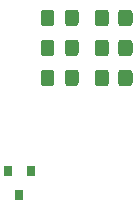
<source format=gbr>
%TF.GenerationSoftware,KiCad,Pcbnew,(5.1.8)-1*%
%TF.CreationDate,2024-01-21T21:17:12+03:00*%
%TF.ProjectId,MUX8x1-v5,4d555838-7831-42d7-9635-2e6b69636164,rev?*%
%TF.SameCoordinates,Original*%
%TF.FileFunction,Paste,Top*%
%TF.FilePolarity,Positive*%
%FSLAX46Y46*%
G04 Gerber Fmt 4.6, Leading zero omitted, Abs format (unit mm)*
G04 Created by KiCad (PCBNEW (5.1.8)-1) date 2024-01-21 21:17:12*
%MOMM*%
%LPD*%
G01*
G04 APERTURE LIST*
%ADD10R,0.800000X0.900000*%
G04 APERTURE END LIST*
D10*
%TO.C,Q1*%
X165100000Y-86725000D03*
X164150000Y-84725000D03*
X166050000Y-84725000D03*
%TD*%
%TO.C,R6*%
G36*
G01*
X173485000Y-72205001D02*
X173485000Y-71304999D01*
G75*
G02*
X173734999Y-71055000I249999J0D01*
G01*
X174435001Y-71055000D01*
G75*
G02*
X174685000Y-71304999I0J-249999D01*
G01*
X174685000Y-72205001D01*
G75*
G02*
X174435001Y-72455000I-249999J0D01*
G01*
X173734999Y-72455000D01*
G75*
G02*
X173485000Y-72205001I0J249999D01*
G01*
G37*
G36*
G01*
X171485000Y-72205001D02*
X171485000Y-71304999D01*
G75*
G02*
X171734999Y-71055000I249999J0D01*
G01*
X172435001Y-71055000D01*
G75*
G02*
X172685000Y-71304999I0J-249999D01*
G01*
X172685000Y-72205001D01*
G75*
G02*
X172435001Y-72455000I-249999J0D01*
G01*
X171734999Y-72455000D01*
G75*
G02*
X171485000Y-72205001I0J249999D01*
G01*
G37*
%TD*%
%TO.C,R5*%
G36*
G01*
X173485000Y-74745001D02*
X173485000Y-73844999D01*
G75*
G02*
X173734999Y-73595000I249999J0D01*
G01*
X174435001Y-73595000D01*
G75*
G02*
X174685000Y-73844999I0J-249999D01*
G01*
X174685000Y-74745001D01*
G75*
G02*
X174435001Y-74995000I-249999J0D01*
G01*
X173734999Y-74995000D01*
G75*
G02*
X173485000Y-74745001I0J249999D01*
G01*
G37*
G36*
G01*
X171485000Y-74745001D02*
X171485000Y-73844999D01*
G75*
G02*
X171734999Y-73595000I249999J0D01*
G01*
X172435001Y-73595000D01*
G75*
G02*
X172685000Y-73844999I0J-249999D01*
G01*
X172685000Y-74745001D01*
G75*
G02*
X172435001Y-74995000I-249999J0D01*
G01*
X171734999Y-74995000D01*
G75*
G02*
X171485000Y-74745001I0J249999D01*
G01*
G37*
%TD*%
%TO.C,R4*%
G36*
G01*
X173485000Y-77285001D02*
X173485000Y-76384999D01*
G75*
G02*
X173734999Y-76135000I249999J0D01*
G01*
X174435001Y-76135000D01*
G75*
G02*
X174685000Y-76384999I0J-249999D01*
G01*
X174685000Y-77285001D01*
G75*
G02*
X174435001Y-77535000I-249999J0D01*
G01*
X173734999Y-77535000D01*
G75*
G02*
X173485000Y-77285001I0J249999D01*
G01*
G37*
G36*
G01*
X171485000Y-77285001D02*
X171485000Y-76384999D01*
G75*
G02*
X171734999Y-76135000I249999J0D01*
G01*
X172435001Y-76135000D01*
G75*
G02*
X172685000Y-76384999I0J-249999D01*
G01*
X172685000Y-77285001D01*
G75*
G02*
X172435001Y-77535000I-249999J0D01*
G01*
X171734999Y-77535000D01*
G75*
G02*
X171485000Y-77285001I0J249999D01*
G01*
G37*
%TD*%
%TO.C,D3*%
G36*
G01*
X168970000Y-72205001D02*
X168970000Y-71304999D01*
G75*
G02*
X169219999Y-71055000I249999J0D01*
G01*
X169870001Y-71055000D01*
G75*
G02*
X170120000Y-71304999I0J-249999D01*
G01*
X170120000Y-72205001D01*
G75*
G02*
X169870001Y-72455000I-249999J0D01*
G01*
X169219999Y-72455000D01*
G75*
G02*
X168970000Y-72205001I0J249999D01*
G01*
G37*
G36*
G01*
X166920000Y-72205001D02*
X166920000Y-71304999D01*
G75*
G02*
X167169999Y-71055000I249999J0D01*
G01*
X167820001Y-71055000D01*
G75*
G02*
X168070000Y-71304999I0J-249999D01*
G01*
X168070000Y-72205001D01*
G75*
G02*
X167820001Y-72455000I-249999J0D01*
G01*
X167169999Y-72455000D01*
G75*
G02*
X166920000Y-72205001I0J249999D01*
G01*
G37*
%TD*%
%TO.C,D2*%
G36*
G01*
X168970000Y-74745001D02*
X168970000Y-73844999D01*
G75*
G02*
X169219999Y-73595000I249999J0D01*
G01*
X169870001Y-73595000D01*
G75*
G02*
X170120000Y-73844999I0J-249999D01*
G01*
X170120000Y-74745001D01*
G75*
G02*
X169870001Y-74995000I-249999J0D01*
G01*
X169219999Y-74995000D01*
G75*
G02*
X168970000Y-74745001I0J249999D01*
G01*
G37*
G36*
G01*
X166920000Y-74745001D02*
X166920000Y-73844999D01*
G75*
G02*
X167169999Y-73595000I249999J0D01*
G01*
X167820001Y-73595000D01*
G75*
G02*
X168070000Y-73844999I0J-249999D01*
G01*
X168070000Y-74745001D01*
G75*
G02*
X167820001Y-74995000I-249999J0D01*
G01*
X167169999Y-74995000D01*
G75*
G02*
X166920000Y-74745001I0J249999D01*
G01*
G37*
%TD*%
%TO.C,D1*%
G36*
G01*
X168970000Y-77285001D02*
X168970000Y-76384999D01*
G75*
G02*
X169219999Y-76135000I249999J0D01*
G01*
X169870001Y-76135000D01*
G75*
G02*
X170120000Y-76384999I0J-249999D01*
G01*
X170120000Y-77285001D01*
G75*
G02*
X169870001Y-77535000I-249999J0D01*
G01*
X169219999Y-77535000D01*
G75*
G02*
X168970000Y-77285001I0J249999D01*
G01*
G37*
G36*
G01*
X166920000Y-77285001D02*
X166920000Y-76384999D01*
G75*
G02*
X167169999Y-76135000I249999J0D01*
G01*
X167820001Y-76135000D01*
G75*
G02*
X168070000Y-76384999I0J-249999D01*
G01*
X168070000Y-77285001D01*
G75*
G02*
X167820001Y-77535000I-249999J0D01*
G01*
X167169999Y-77535000D01*
G75*
G02*
X166920000Y-77285001I0J249999D01*
G01*
G37*
%TD*%
M02*

</source>
